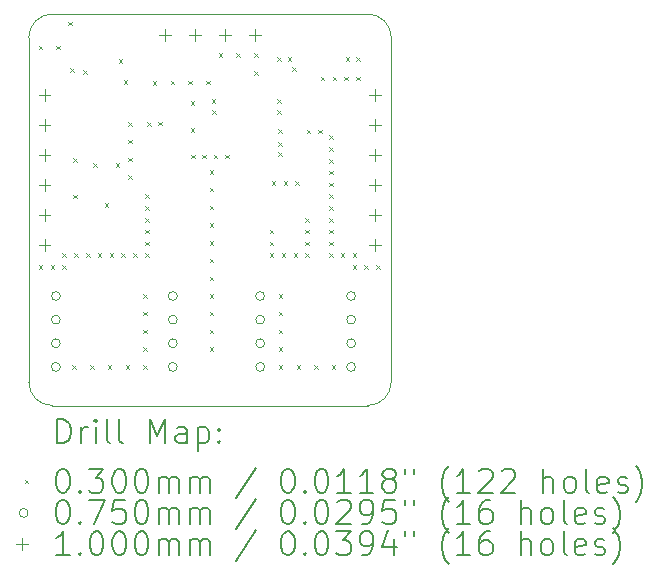
<source format=gbr>
%TF.GenerationSoftware,KiCad,Pcbnew,7.0.1*%
%TF.CreationDate,2023-07-16T02:59:42+02:00*%
%TF.ProjectId,ADS1234_mass_sensor,41445331-3233-4345-9f6d-6173735f7365,1*%
%TF.SameCoordinates,Original*%
%TF.FileFunction,Drillmap*%
%TF.FilePolarity,Positive*%
%FSLAX45Y45*%
G04 Gerber Fmt 4.5, Leading zero omitted, Abs format (unit mm)*
G04 Created by KiCad (PCBNEW 7.0.1) date 2023-07-16 02:59:42*
%MOMM*%
%LPD*%
G01*
G04 APERTURE LIST*
%ADD10C,0.100000*%
%ADD11C,0.200000*%
%ADD12C,0.030000*%
%ADD13C,0.075000*%
G04 APERTURE END LIST*
D10*
X12077000Y-8067000D02*
X9407000Y-8067000D01*
X9407000Y-4752000D02*
X12077000Y-4752000D01*
X9207000Y-7867000D02*
G75*
G03*
X9407000Y-8067000I200000J0D01*
G01*
X9207000Y-7867000D02*
X9207000Y-4952000D01*
X12277000Y-4952000D02*
G75*
G03*
X12077000Y-4752000I-200000J0D01*
G01*
X9407000Y-4752000D02*
G75*
G03*
X9207000Y-4952000I0J-200000D01*
G01*
X12077000Y-8067000D02*
G75*
G03*
X12277000Y-7867000I0J200000D01*
G01*
X12277000Y-4952000D02*
X12277000Y-7867000D01*
D11*
D12*
X9292000Y-5022000D02*
X9322000Y-5052000D01*
X9322000Y-5022000D02*
X9292000Y-5052000D01*
X9292000Y-6879500D02*
X9322000Y-6909500D01*
X9322000Y-6879500D02*
X9292000Y-6909500D01*
X9392000Y-6879500D02*
X9422000Y-6909500D01*
X9422000Y-6879500D02*
X9392000Y-6909500D01*
X9442000Y-5022000D02*
X9472000Y-5052000D01*
X9472000Y-5022000D02*
X9442000Y-5052000D01*
X9492000Y-6779500D02*
X9522000Y-6809500D01*
X9522000Y-6779500D02*
X9492000Y-6809500D01*
X9492000Y-6879500D02*
X9522000Y-6909500D01*
X9522000Y-6879500D02*
X9492000Y-6909500D01*
X9542000Y-4817000D02*
X9572000Y-4847000D01*
X9572000Y-4817000D02*
X9542000Y-4847000D01*
X9559500Y-5212000D02*
X9589500Y-5242000D01*
X9589500Y-5212000D02*
X9559500Y-5242000D01*
X9577000Y-7724500D02*
X9607000Y-7754500D01*
X9607000Y-7724500D02*
X9577000Y-7754500D01*
X9582000Y-5974450D02*
X9612000Y-6004450D01*
X9612000Y-5974450D02*
X9582000Y-6004450D01*
X9582000Y-6281950D02*
X9612000Y-6311950D01*
X9612000Y-6281950D02*
X9582000Y-6311950D01*
X9592000Y-6779500D02*
X9622000Y-6809500D01*
X9622000Y-6779500D02*
X9592000Y-6809500D01*
X9669500Y-5227000D02*
X9699500Y-5257000D01*
X9699500Y-5227000D02*
X9669500Y-5257000D01*
X9692000Y-6779500D02*
X9722000Y-6809500D01*
X9722000Y-6779500D02*
X9692000Y-6809500D01*
X9727000Y-7724500D02*
X9757000Y-7754500D01*
X9757000Y-7724500D02*
X9727000Y-7754500D01*
X9752000Y-6014450D02*
X9782000Y-6044450D01*
X9782000Y-6014450D02*
X9752000Y-6044450D01*
X9792000Y-6779500D02*
X9822000Y-6809500D01*
X9822000Y-6779500D02*
X9792000Y-6809500D01*
X9849500Y-6352000D02*
X9879500Y-6382000D01*
X9879500Y-6352000D02*
X9849500Y-6382000D01*
X9877000Y-7724500D02*
X9907000Y-7754500D01*
X9907000Y-7724500D02*
X9877000Y-7754500D01*
X9892000Y-6779500D02*
X9922000Y-6809500D01*
X9922000Y-6779500D02*
X9892000Y-6809500D01*
X9944500Y-6014500D02*
X9974500Y-6044500D01*
X9974500Y-6014500D02*
X9944500Y-6044500D01*
X9969500Y-5137000D02*
X9999500Y-5167000D01*
X9999500Y-5137000D02*
X9969500Y-5167000D01*
X9992000Y-6779500D02*
X10022000Y-6809500D01*
X10022000Y-6779500D02*
X9992000Y-6809500D01*
X10012000Y-5312000D02*
X10042000Y-5342000D01*
X10042000Y-5312000D02*
X10012000Y-5342000D01*
X10027000Y-7724500D02*
X10057000Y-7754500D01*
X10057000Y-7724500D02*
X10027000Y-7754500D01*
X10048000Y-5667000D02*
X10078000Y-5697000D01*
X10078000Y-5667000D02*
X10048000Y-5697000D01*
X10048000Y-5817000D02*
X10078000Y-5847000D01*
X10078000Y-5817000D02*
X10048000Y-5847000D01*
X10048000Y-5967000D02*
X10078000Y-5997000D01*
X10078000Y-5967000D02*
X10048000Y-5997000D01*
X10048000Y-6117000D02*
X10078000Y-6147000D01*
X10078000Y-6117000D02*
X10048000Y-6147000D01*
X10092000Y-6779500D02*
X10122000Y-6809500D01*
X10122000Y-6779500D02*
X10092000Y-6809500D01*
X10177000Y-7124500D02*
X10207000Y-7154500D01*
X10207000Y-7124500D02*
X10177000Y-7154500D01*
X10177000Y-7274500D02*
X10207000Y-7304500D01*
X10207000Y-7274500D02*
X10177000Y-7304500D01*
X10177000Y-7424500D02*
X10207000Y-7454500D01*
X10207000Y-7424500D02*
X10177000Y-7454500D01*
X10177000Y-7574500D02*
X10207000Y-7604500D01*
X10207000Y-7574500D02*
X10177000Y-7604500D01*
X10177000Y-7724500D02*
X10207000Y-7754500D01*
X10207000Y-7724500D02*
X10177000Y-7754500D01*
X10192000Y-6279500D02*
X10222000Y-6309500D01*
X10222000Y-6279500D02*
X10192000Y-6309500D01*
X10192000Y-6379500D02*
X10222000Y-6409500D01*
X10222000Y-6379500D02*
X10192000Y-6409500D01*
X10192000Y-6479500D02*
X10222000Y-6509500D01*
X10222000Y-6479500D02*
X10192000Y-6509500D01*
X10192000Y-6579500D02*
X10222000Y-6609500D01*
X10222000Y-6579500D02*
X10192000Y-6609500D01*
X10192000Y-6679500D02*
X10222000Y-6709500D01*
X10222000Y-6679500D02*
X10192000Y-6709500D01*
X10192000Y-6779500D02*
X10222000Y-6809500D01*
X10222000Y-6779500D02*
X10192000Y-6809500D01*
X10209500Y-5667000D02*
X10239500Y-5697000D01*
X10239500Y-5667000D02*
X10209500Y-5697000D01*
X10257000Y-5322000D02*
X10287000Y-5352000D01*
X10287000Y-5322000D02*
X10257000Y-5352000D01*
X10302000Y-5664500D02*
X10332000Y-5694500D01*
X10332000Y-5664500D02*
X10302000Y-5694500D01*
X10409500Y-5317000D02*
X10439500Y-5347000D01*
X10439500Y-5317000D02*
X10409500Y-5347000D01*
X10559500Y-5317000D02*
X10589500Y-5347000D01*
X10589500Y-5317000D02*
X10559500Y-5347000D01*
X10577000Y-5489500D02*
X10607000Y-5519500D01*
X10607000Y-5489500D02*
X10577000Y-5519500D01*
X10577000Y-5717000D02*
X10607000Y-5747000D01*
X10607000Y-5717000D02*
X10577000Y-5747000D01*
X10582000Y-5944500D02*
X10612000Y-5974500D01*
X10612000Y-5944500D02*
X10582000Y-5974500D01*
X10677000Y-5944500D02*
X10707000Y-5974500D01*
X10707000Y-5944500D02*
X10677000Y-5974500D01*
X10709500Y-5317000D02*
X10739500Y-5347000D01*
X10739500Y-5317000D02*
X10709500Y-5347000D01*
X10739500Y-6074500D02*
X10769500Y-6104500D01*
X10769500Y-6074500D02*
X10739500Y-6104500D01*
X10739500Y-6224500D02*
X10769500Y-6254500D01*
X10769500Y-6224500D02*
X10739500Y-6254500D01*
X10739500Y-6374500D02*
X10769500Y-6404500D01*
X10769500Y-6374500D02*
X10739500Y-6404500D01*
X10739500Y-6524500D02*
X10769500Y-6554500D01*
X10769500Y-6524500D02*
X10739500Y-6554500D01*
X10739500Y-6674500D02*
X10769500Y-6704500D01*
X10769500Y-6674500D02*
X10739500Y-6704500D01*
X10739500Y-6824500D02*
X10769500Y-6854500D01*
X10769500Y-6824500D02*
X10739500Y-6854500D01*
X10739500Y-6974500D02*
X10769500Y-7004500D01*
X10769500Y-6974500D02*
X10739500Y-7004500D01*
X10739500Y-7124500D02*
X10769500Y-7154500D01*
X10769500Y-7124500D02*
X10739500Y-7154500D01*
X10739500Y-7274500D02*
X10769500Y-7304500D01*
X10769500Y-7274500D02*
X10739500Y-7304500D01*
X10739500Y-7424500D02*
X10769500Y-7454500D01*
X10769500Y-7424500D02*
X10739500Y-7454500D01*
X10739500Y-7574500D02*
X10769500Y-7604500D01*
X10769500Y-7574500D02*
X10739500Y-7604500D01*
X10757000Y-5474500D02*
X10787000Y-5504500D01*
X10787000Y-5474500D02*
X10757000Y-5504500D01*
X10759500Y-5567000D02*
X10789500Y-5597000D01*
X10789500Y-5567000D02*
X10759500Y-5597000D01*
X10774500Y-5944500D02*
X10804500Y-5974500D01*
X10804500Y-5944500D02*
X10774500Y-5974500D01*
X10814500Y-5084500D02*
X10844500Y-5114500D01*
X10844500Y-5084500D02*
X10814500Y-5114500D01*
X10872000Y-5944500D02*
X10902000Y-5974500D01*
X10902000Y-5944500D02*
X10872000Y-5974500D01*
X10964500Y-5084500D02*
X10994500Y-5114500D01*
X10994500Y-5084500D02*
X10964500Y-5114500D01*
X11114500Y-5084500D02*
X11144500Y-5114500D01*
X11144500Y-5084500D02*
X11114500Y-5114500D01*
X11114500Y-5234500D02*
X11144500Y-5264500D01*
X11144500Y-5234500D02*
X11114500Y-5264500D01*
X11249500Y-6579500D02*
X11279500Y-6609500D01*
X11279500Y-6579500D02*
X11249500Y-6609500D01*
X11249500Y-6679500D02*
X11279500Y-6709500D01*
X11279500Y-6679500D02*
X11249500Y-6709500D01*
X11249500Y-6779500D02*
X11279500Y-6809500D01*
X11279500Y-6779500D02*
X11249500Y-6809500D01*
X11264500Y-6167000D02*
X11294500Y-6197000D01*
X11294500Y-6167000D02*
X11264500Y-6197000D01*
X11309500Y-5474500D02*
X11339500Y-5504500D01*
X11339500Y-5474500D02*
X11309500Y-5504500D01*
X11309500Y-5567000D02*
X11339500Y-5597000D01*
X11339500Y-5567000D02*
X11309500Y-5597000D01*
X11312000Y-5117000D02*
X11342000Y-5147000D01*
X11342000Y-5117000D02*
X11312000Y-5147000D01*
X11319500Y-5729500D02*
X11349500Y-5759500D01*
X11349500Y-5729500D02*
X11319500Y-5759500D01*
X11322000Y-5839500D02*
X11352000Y-5869500D01*
X11352000Y-5839500D02*
X11322000Y-5869500D01*
X11322000Y-5924500D02*
X11352000Y-5954500D01*
X11352000Y-5924500D02*
X11322000Y-5954500D01*
X11324500Y-7124500D02*
X11354500Y-7154500D01*
X11354500Y-7124500D02*
X11324500Y-7154500D01*
X11324500Y-7274500D02*
X11354500Y-7304500D01*
X11354500Y-7274500D02*
X11324500Y-7304500D01*
X11324500Y-7424500D02*
X11354500Y-7454500D01*
X11354500Y-7424500D02*
X11324500Y-7454500D01*
X11324500Y-7574500D02*
X11354500Y-7604500D01*
X11354500Y-7574500D02*
X11324500Y-7604500D01*
X11324500Y-7724500D02*
X11354500Y-7754500D01*
X11354500Y-7724500D02*
X11324500Y-7754500D01*
X11349500Y-6779500D02*
X11379500Y-6809500D01*
X11379500Y-6779500D02*
X11349500Y-6809500D01*
X11364500Y-6167000D02*
X11394500Y-6197000D01*
X11394500Y-6167000D02*
X11364500Y-6197000D01*
X11399500Y-5117000D02*
X11429500Y-5147000D01*
X11429500Y-5117000D02*
X11399500Y-5147000D01*
X11437000Y-5202000D02*
X11467000Y-5232000D01*
X11467000Y-5202000D02*
X11437000Y-5232000D01*
X11449500Y-6779500D02*
X11479500Y-6809500D01*
X11479500Y-6779500D02*
X11449500Y-6809500D01*
X11464500Y-6167000D02*
X11494500Y-6197000D01*
X11494500Y-6167000D02*
X11464500Y-6197000D01*
X11474500Y-7724500D02*
X11504500Y-7754500D01*
X11504500Y-7724500D02*
X11474500Y-7754500D01*
X11549500Y-6479500D02*
X11579500Y-6509500D01*
X11579500Y-6479500D02*
X11549500Y-6509500D01*
X11549500Y-6579500D02*
X11579500Y-6609500D01*
X11579500Y-6579500D02*
X11549500Y-6609500D01*
X11549500Y-6679500D02*
X11579500Y-6709500D01*
X11579500Y-6679500D02*
X11549500Y-6709500D01*
X11549500Y-6779500D02*
X11579500Y-6809500D01*
X11579500Y-6779500D02*
X11549500Y-6809500D01*
X11559500Y-5732000D02*
X11589500Y-5762000D01*
X11589500Y-5732000D02*
X11559500Y-5762000D01*
X11624500Y-7724500D02*
X11654500Y-7754500D01*
X11654500Y-7724500D02*
X11624500Y-7754500D01*
X11659500Y-5732000D02*
X11689500Y-5762000D01*
X11689500Y-5732000D02*
X11659500Y-5762000D01*
X11679500Y-5284500D02*
X11709500Y-5314500D01*
X11709500Y-5284500D02*
X11679500Y-5314500D01*
X11749500Y-5779500D02*
X11779500Y-5809500D01*
X11779500Y-5779500D02*
X11749500Y-5809500D01*
X11749500Y-5879500D02*
X11779500Y-5909500D01*
X11779500Y-5879500D02*
X11749500Y-5909500D01*
X11749500Y-5979500D02*
X11779500Y-6009500D01*
X11779500Y-5979500D02*
X11749500Y-6009500D01*
X11749500Y-6079500D02*
X11779500Y-6109500D01*
X11779500Y-6079500D02*
X11749500Y-6109500D01*
X11749500Y-6179500D02*
X11779500Y-6209500D01*
X11779500Y-6179500D02*
X11749500Y-6209500D01*
X11749500Y-6279500D02*
X11779500Y-6309500D01*
X11779500Y-6279500D02*
X11749500Y-6309500D01*
X11749500Y-6379500D02*
X11779500Y-6409500D01*
X11779500Y-6379500D02*
X11749500Y-6409500D01*
X11749500Y-6479500D02*
X11779500Y-6509500D01*
X11779500Y-6479500D02*
X11749500Y-6509500D01*
X11749500Y-6579500D02*
X11779500Y-6609500D01*
X11779500Y-6579500D02*
X11749500Y-6609500D01*
X11749500Y-6679500D02*
X11779500Y-6709500D01*
X11779500Y-6679500D02*
X11749500Y-6709500D01*
X11749500Y-6779500D02*
X11779500Y-6809500D01*
X11779500Y-6779500D02*
X11749500Y-6809500D01*
X11774500Y-7724500D02*
X11804500Y-7754500D01*
X11804500Y-7724500D02*
X11774500Y-7754500D01*
X11779500Y-5284500D02*
X11809500Y-5314500D01*
X11809500Y-5284500D02*
X11779500Y-5314500D01*
X11849500Y-6779500D02*
X11879500Y-6809500D01*
X11879500Y-6779500D02*
X11849500Y-6809500D01*
X11879500Y-5284500D02*
X11909500Y-5314500D01*
X11909500Y-5284500D02*
X11879500Y-5314500D01*
X11892000Y-5119500D02*
X11922000Y-5149500D01*
X11922000Y-5119500D02*
X11892000Y-5149500D01*
X11949500Y-6779500D02*
X11979500Y-6809500D01*
X11979500Y-6779500D02*
X11949500Y-6809500D01*
X11949500Y-6879500D02*
X11979500Y-6909500D01*
X11979500Y-6879500D02*
X11949500Y-6909500D01*
X11979500Y-5119500D02*
X12009500Y-5149500D01*
X12009500Y-5119500D02*
X11979500Y-5149500D01*
X11979500Y-5284500D02*
X12009500Y-5314500D01*
X12009500Y-5284500D02*
X11979500Y-5314500D01*
X12049500Y-6879500D02*
X12079500Y-6909500D01*
X12079500Y-6879500D02*
X12049500Y-6909500D01*
X12149500Y-6879500D02*
X12179500Y-6909500D01*
X12179500Y-6879500D02*
X12149500Y-6909500D01*
D13*
X9474500Y-7139500D02*
G75*
G03*
X9474500Y-7139500I-37500J0D01*
G01*
X9474500Y-7339500D02*
G75*
G03*
X9474500Y-7339500I-37500J0D01*
G01*
X9474500Y-7539500D02*
G75*
G03*
X9474500Y-7539500I-37500J0D01*
G01*
X9474500Y-7739500D02*
G75*
G03*
X9474500Y-7739500I-37500J0D01*
G01*
X10464500Y-7139500D02*
G75*
G03*
X10464500Y-7139500I-37500J0D01*
G01*
X10464500Y-7339500D02*
G75*
G03*
X10464500Y-7339500I-37500J0D01*
G01*
X10464500Y-7539500D02*
G75*
G03*
X10464500Y-7539500I-37500J0D01*
G01*
X10464500Y-7739500D02*
G75*
G03*
X10464500Y-7739500I-37500J0D01*
G01*
X11204500Y-7139500D02*
G75*
G03*
X11204500Y-7139500I-37500J0D01*
G01*
X11204500Y-7339500D02*
G75*
G03*
X11204500Y-7339500I-37500J0D01*
G01*
X11204500Y-7539500D02*
G75*
G03*
X11204500Y-7539500I-37500J0D01*
G01*
X11204500Y-7739500D02*
G75*
G03*
X11204500Y-7739500I-37500J0D01*
G01*
X11974500Y-7139500D02*
G75*
G03*
X11974500Y-7139500I-37500J0D01*
G01*
X11974500Y-7339500D02*
G75*
G03*
X11974500Y-7339500I-37500J0D01*
G01*
X11974500Y-7539500D02*
G75*
G03*
X11974500Y-7539500I-37500J0D01*
G01*
X11974500Y-7739500D02*
G75*
G03*
X11974500Y-7739500I-37500J0D01*
G01*
D10*
X9341500Y-5387000D02*
X9341500Y-5487000D01*
X9291500Y-5437000D02*
X9391500Y-5437000D01*
X9341500Y-5641000D02*
X9341500Y-5741000D01*
X9291500Y-5691000D02*
X9391500Y-5691000D01*
X9341500Y-5895000D02*
X9341500Y-5995000D01*
X9291500Y-5945000D02*
X9391500Y-5945000D01*
X9341500Y-6149000D02*
X9341500Y-6249000D01*
X9291500Y-6199000D02*
X9391500Y-6199000D01*
X9341500Y-6403000D02*
X9341500Y-6503000D01*
X9291500Y-6453000D02*
X9391500Y-6453000D01*
X9341500Y-6657000D02*
X9341500Y-6757000D01*
X9291500Y-6707000D02*
X9391500Y-6707000D01*
X10360500Y-4879000D02*
X10360500Y-4979000D01*
X10310500Y-4929000D02*
X10410500Y-4929000D01*
X10614500Y-4879000D02*
X10614500Y-4979000D01*
X10564500Y-4929000D02*
X10664500Y-4929000D01*
X10868500Y-4879000D02*
X10868500Y-4979000D01*
X10818500Y-4929000D02*
X10918500Y-4929000D01*
X11122500Y-4879000D02*
X11122500Y-4979000D01*
X11072500Y-4929000D02*
X11172500Y-4929000D01*
X12141500Y-5387000D02*
X12141500Y-5487000D01*
X12091500Y-5437000D02*
X12191500Y-5437000D01*
X12141500Y-5641000D02*
X12141500Y-5741000D01*
X12091500Y-5691000D02*
X12191500Y-5691000D01*
X12141500Y-5895000D02*
X12141500Y-5995000D01*
X12091500Y-5945000D02*
X12191500Y-5945000D01*
X12141500Y-6149000D02*
X12141500Y-6249000D01*
X12091500Y-6199000D02*
X12191500Y-6199000D01*
X12141500Y-6403000D02*
X12141500Y-6503000D01*
X12091500Y-6453000D02*
X12191500Y-6453000D01*
X12141500Y-6657000D02*
X12141500Y-6757000D01*
X12091500Y-6707000D02*
X12191500Y-6707000D01*
D11*
X9449619Y-8384524D02*
X9449619Y-8184524D01*
X9449619Y-8184524D02*
X9497238Y-8184524D01*
X9497238Y-8184524D02*
X9525810Y-8194048D01*
X9525810Y-8194048D02*
X9544857Y-8213095D01*
X9544857Y-8213095D02*
X9554381Y-8232143D01*
X9554381Y-8232143D02*
X9563905Y-8270238D01*
X9563905Y-8270238D02*
X9563905Y-8298809D01*
X9563905Y-8298809D02*
X9554381Y-8336905D01*
X9554381Y-8336905D02*
X9544857Y-8355952D01*
X9544857Y-8355952D02*
X9525810Y-8375000D01*
X9525810Y-8375000D02*
X9497238Y-8384524D01*
X9497238Y-8384524D02*
X9449619Y-8384524D01*
X9649619Y-8384524D02*
X9649619Y-8251190D01*
X9649619Y-8289286D02*
X9659143Y-8270238D01*
X9659143Y-8270238D02*
X9668667Y-8260714D01*
X9668667Y-8260714D02*
X9687714Y-8251190D01*
X9687714Y-8251190D02*
X9706762Y-8251190D01*
X9773429Y-8384524D02*
X9773429Y-8251190D01*
X9773429Y-8184524D02*
X9763905Y-8194048D01*
X9763905Y-8194048D02*
X9773429Y-8203571D01*
X9773429Y-8203571D02*
X9782952Y-8194048D01*
X9782952Y-8194048D02*
X9773429Y-8184524D01*
X9773429Y-8184524D02*
X9773429Y-8203571D01*
X9897238Y-8384524D02*
X9878190Y-8375000D01*
X9878190Y-8375000D02*
X9868667Y-8355952D01*
X9868667Y-8355952D02*
X9868667Y-8184524D01*
X10002000Y-8384524D02*
X9982952Y-8375000D01*
X9982952Y-8375000D02*
X9973429Y-8355952D01*
X9973429Y-8355952D02*
X9973429Y-8184524D01*
X10230571Y-8384524D02*
X10230571Y-8184524D01*
X10230571Y-8184524D02*
X10297238Y-8327381D01*
X10297238Y-8327381D02*
X10363905Y-8184524D01*
X10363905Y-8184524D02*
X10363905Y-8384524D01*
X10544857Y-8384524D02*
X10544857Y-8279762D01*
X10544857Y-8279762D02*
X10535333Y-8260714D01*
X10535333Y-8260714D02*
X10516286Y-8251190D01*
X10516286Y-8251190D02*
X10478190Y-8251190D01*
X10478190Y-8251190D02*
X10459143Y-8260714D01*
X10544857Y-8375000D02*
X10525810Y-8384524D01*
X10525810Y-8384524D02*
X10478190Y-8384524D01*
X10478190Y-8384524D02*
X10459143Y-8375000D01*
X10459143Y-8375000D02*
X10449619Y-8355952D01*
X10449619Y-8355952D02*
X10449619Y-8336905D01*
X10449619Y-8336905D02*
X10459143Y-8317857D01*
X10459143Y-8317857D02*
X10478190Y-8308333D01*
X10478190Y-8308333D02*
X10525810Y-8308333D01*
X10525810Y-8308333D02*
X10544857Y-8298809D01*
X10640095Y-8251190D02*
X10640095Y-8451190D01*
X10640095Y-8260714D02*
X10659143Y-8251190D01*
X10659143Y-8251190D02*
X10697238Y-8251190D01*
X10697238Y-8251190D02*
X10716286Y-8260714D01*
X10716286Y-8260714D02*
X10725810Y-8270238D01*
X10725810Y-8270238D02*
X10735333Y-8289286D01*
X10735333Y-8289286D02*
X10735333Y-8346428D01*
X10735333Y-8346428D02*
X10725810Y-8365476D01*
X10725810Y-8365476D02*
X10716286Y-8375000D01*
X10716286Y-8375000D02*
X10697238Y-8384524D01*
X10697238Y-8384524D02*
X10659143Y-8384524D01*
X10659143Y-8384524D02*
X10640095Y-8375000D01*
X10821048Y-8365476D02*
X10830571Y-8375000D01*
X10830571Y-8375000D02*
X10821048Y-8384524D01*
X10821048Y-8384524D02*
X10811524Y-8375000D01*
X10811524Y-8375000D02*
X10821048Y-8365476D01*
X10821048Y-8365476D02*
X10821048Y-8384524D01*
X10821048Y-8260714D02*
X10830571Y-8270238D01*
X10830571Y-8270238D02*
X10821048Y-8279762D01*
X10821048Y-8279762D02*
X10811524Y-8270238D01*
X10811524Y-8270238D02*
X10821048Y-8260714D01*
X10821048Y-8260714D02*
X10821048Y-8279762D01*
D12*
X9172000Y-8697000D02*
X9202000Y-8727000D01*
X9202000Y-8697000D02*
X9172000Y-8727000D01*
D11*
X9487714Y-8604524D02*
X9506762Y-8604524D01*
X9506762Y-8604524D02*
X9525810Y-8614048D01*
X9525810Y-8614048D02*
X9535333Y-8623571D01*
X9535333Y-8623571D02*
X9544857Y-8642619D01*
X9544857Y-8642619D02*
X9554381Y-8680714D01*
X9554381Y-8680714D02*
X9554381Y-8728333D01*
X9554381Y-8728333D02*
X9544857Y-8766429D01*
X9544857Y-8766429D02*
X9535333Y-8785476D01*
X9535333Y-8785476D02*
X9525810Y-8795000D01*
X9525810Y-8795000D02*
X9506762Y-8804524D01*
X9506762Y-8804524D02*
X9487714Y-8804524D01*
X9487714Y-8804524D02*
X9468667Y-8795000D01*
X9468667Y-8795000D02*
X9459143Y-8785476D01*
X9459143Y-8785476D02*
X9449619Y-8766429D01*
X9449619Y-8766429D02*
X9440095Y-8728333D01*
X9440095Y-8728333D02*
X9440095Y-8680714D01*
X9440095Y-8680714D02*
X9449619Y-8642619D01*
X9449619Y-8642619D02*
X9459143Y-8623571D01*
X9459143Y-8623571D02*
X9468667Y-8614048D01*
X9468667Y-8614048D02*
X9487714Y-8604524D01*
X9640095Y-8785476D02*
X9649619Y-8795000D01*
X9649619Y-8795000D02*
X9640095Y-8804524D01*
X9640095Y-8804524D02*
X9630571Y-8795000D01*
X9630571Y-8795000D02*
X9640095Y-8785476D01*
X9640095Y-8785476D02*
X9640095Y-8804524D01*
X9716286Y-8604524D02*
X9840095Y-8604524D01*
X9840095Y-8604524D02*
X9773429Y-8680714D01*
X9773429Y-8680714D02*
X9802000Y-8680714D01*
X9802000Y-8680714D02*
X9821048Y-8690238D01*
X9821048Y-8690238D02*
X9830571Y-8699762D01*
X9830571Y-8699762D02*
X9840095Y-8718810D01*
X9840095Y-8718810D02*
X9840095Y-8766429D01*
X9840095Y-8766429D02*
X9830571Y-8785476D01*
X9830571Y-8785476D02*
X9821048Y-8795000D01*
X9821048Y-8795000D02*
X9802000Y-8804524D01*
X9802000Y-8804524D02*
X9744857Y-8804524D01*
X9744857Y-8804524D02*
X9725810Y-8795000D01*
X9725810Y-8795000D02*
X9716286Y-8785476D01*
X9963905Y-8604524D02*
X9982952Y-8604524D01*
X9982952Y-8604524D02*
X10002000Y-8614048D01*
X10002000Y-8614048D02*
X10011524Y-8623571D01*
X10011524Y-8623571D02*
X10021048Y-8642619D01*
X10021048Y-8642619D02*
X10030571Y-8680714D01*
X10030571Y-8680714D02*
X10030571Y-8728333D01*
X10030571Y-8728333D02*
X10021048Y-8766429D01*
X10021048Y-8766429D02*
X10011524Y-8785476D01*
X10011524Y-8785476D02*
X10002000Y-8795000D01*
X10002000Y-8795000D02*
X9982952Y-8804524D01*
X9982952Y-8804524D02*
X9963905Y-8804524D01*
X9963905Y-8804524D02*
X9944857Y-8795000D01*
X9944857Y-8795000D02*
X9935333Y-8785476D01*
X9935333Y-8785476D02*
X9925810Y-8766429D01*
X9925810Y-8766429D02*
X9916286Y-8728333D01*
X9916286Y-8728333D02*
X9916286Y-8680714D01*
X9916286Y-8680714D02*
X9925810Y-8642619D01*
X9925810Y-8642619D02*
X9935333Y-8623571D01*
X9935333Y-8623571D02*
X9944857Y-8614048D01*
X9944857Y-8614048D02*
X9963905Y-8604524D01*
X10154381Y-8604524D02*
X10173429Y-8604524D01*
X10173429Y-8604524D02*
X10192476Y-8614048D01*
X10192476Y-8614048D02*
X10202000Y-8623571D01*
X10202000Y-8623571D02*
X10211524Y-8642619D01*
X10211524Y-8642619D02*
X10221048Y-8680714D01*
X10221048Y-8680714D02*
X10221048Y-8728333D01*
X10221048Y-8728333D02*
X10211524Y-8766429D01*
X10211524Y-8766429D02*
X10202000Y-8785476D01*
X10202000Y-8785476D02*
X10192476Y-8795000D01*
X10192476Y-8795000D02*
X10173429Y-8804524D01*
X10173429Y-8804524D02*
X10154381Y-8804524D01*
X10154381Y-8804524D02*
X10135333Y-8795000D01*
X10135333Y-8795000D02*
X10125810Y-8785476D01*
X10125810Y-8785476D02*
X10116286Y-8766429D01*
X10116286Y-8766429D02*
X10106762Y-8728333D01*
X10106762Y-8728333D02*
X10106762Y-8680714D01*
X10106762Y-8680714D02*
X10116286Y-8642619D01*
X10116286Y-8642619D02*
X10125810Y-8623571D01*
X10125810Y-8623571D02*
X10135333Y-8614048D01*
X10135333Y-8614048D02*
X10154381Y-8604524D01*
X10306762Y-8804524D02*
X10306762Y-8671190D01*
X10306762Y-8690238D02*
X10316286Y-8680714D01*
X10316286Y-8680714D02*
X10335333Y-8671190D01*
X10335333Y-8671190D02*
X10363905Y-8671190D01*
X10363905Y-8671190D02*
X10382952Y-8680714D01*
X10382952Y-8680714D02*
X10392476Y-8699762D01*
X10392476Y-8699762D02*
X10392476Y-8804524D01*
X10392476Y-8699762D02*
X10402000Y-8680714D01*
X10402000Y-8680714D02*
X10421048Y-8671190D01*
X10421048Y-8671190D02*
X10449619Y-8671190D01*
X10449619Y-8671190D02*
X10468667Y-8680714D01*
X10468667Y-8680714D02*
X10478191Y-8699762D01*
X10478191Y-8699762D02*
X10478191Y-8804524D01*
X10573429Y-8804524D02*
X10573429Y-8671190D01*
X10573429Y-8690238D02*
X10582952Y-8680714D01*
X10582952Y-8680714D02*
X10602000Y-8671190D01*
X10602000Y-8671190D02*
X10630572Y-8671190D01*
X10630572Y-8671190D02*
X10649619Y-8680714D01*
X10649619Y-8680714D02*
X10659143Y-8699762D01*
X10659143Y-8699762D02*
X10659143Y-8804524D01*
X10659143Y-8699762D02*
X10668667Y-8680714D01*
X10668667Y-8680714D02*
X10687714Y-8671190D01*
X10687714Y-8671190D02*
X10716286Y-8671190D01*
X10716286Y-8671190D02*
X10735333Y-8680714D01*
X10735333Y-8680714D02*
X10744857Y-8699762D01*
X10744857Y-8699762D02*
X10744857Y-8804524D01*
X11135333Y-8595000D02*
X10963905Y-8852143D01*
X11392476Y-8604524D02*
X11411524Y-8604524D01*
X11411524Y-8604524D02*
X11430572Y-8614048D01*
X11430572Y-8614048D02*
X11440095Y-8623571D01*
X11440095Y-8623571D02*
X11449619Y-8642619D01*
X11449619Y-8642619D02*
X11459143Y-8680714D01*
X11459143Y-8680714D02*
X11459143Y-8728333D01*
X11459143Y-8728333D02*
X11449619Y-8766429D01*
X11449619Y-8766429D02*
X11440095Y-8785476D01*
X11440095Y-8785476D02*
X11430572Y-8795000D01*
X11430572Y-8795000D02*
X11411524Y-8804524D01*
X11411524Y-8804524D02*
X11392476Y-8804524D01*
X11392476Y-8804524D02*
X11373429Y-8795000D01*
X11373429Y-8795000D02*
X11363905Y-8785476D01*
X11363905Y-8785476D02*
X11354381Y-8766429D01*
X11354381Y-8766429D02*
X11344857Y-8728333D01*
X11344857Y-8728333D02*
X11344857Y-8680714D01*
X11344857Y-8680714D02*
X11354381Y-8642619D01*
X11354381Y-8642619D02*
X11363905Y-8623571D01*
X11363905Y-8623571D02*
X11373429Y-8614048D01*
X11373429Y-8614048D02*
X11392476Y-8604524D01*
X11544857Y-8785476D02*
X11554381Y-8795000D01*
X11554381Y-8795000D02*
X11544857Y-8804524D01*
X11544857Y-8804524D02*
X11535333Y-8795000D01*
X11535333Y-8795000D02*
X11544857Y-8785476D01*
X11544857Y-8785476D02*
X11544857Y-8804524D01*
X11678191Y-8604524D02*
X11697238Y-8604524D01*
X11697238Y-8604524D02*
X11716286Y-8614048D01*
X11716286Y-8614048D02*
X11725810Y-8623571D01*
X11725810Y-8623571D02*
X11735333Y-8642619D01*
X11735333Y-8642619D02*
X11744857Y-8680714D01*
X11744857Y-8680714D02*
X11744857Y-8728333D01*
X11744857Y-8728333D02*
X11735333Y-8766429D01*
X11735333Y-8766429D02*
X11725810Y-8785476D01*
X11725810Y-8785476D02*
X11716286Y-8795000D01*
X11716286Y-8795000D02*
X11697238Y-8804524D01*
X11697238Y-8804524D02*
X11678191Y-8804524D01*
X11678191Y-8804524D02*
X11659143Y-8795000D01*
X11659143Y-8795000D02*
X11649619Y-8785476D01*
X11649619Y-8785476D02*
X11640095Y-8766429D01*
X11640095Y-8766429D02*
X11630572Y-8728333D01*
X11630572Y-8728333D02*
X11630572Y-8680714D01*
X11630572Y-8680714D02*
X11640095Y-8642619D01*
X11640095Y-8642619D02*
X11649619Y-8623571D01*
X11649619Y-8623571D02*
X11659143Y-8614048D01*
X11659143Y-8614048D02*
X11678191Y-8604524D01*
X11935333Y-8804524D02*
X11821048Y-8804524D01*
X11878191Y-8804524D02*
X11878191Y-8604524D01*
X11878191Y-8604524D02*
X11859143Y-8633095D01*
X11859143Y-8633095D02*
X11840095Y-8652143D01*
X11840095Y-8652143D02*
X11821048Y-8661667D01*
X12125810Y-8804524D02*
X12011524Y-8804524D01*
X12068667Y-8804524D02*
X12068667Y-8604524D01*
X12068667Y-8604524D02*
X12049619Y-8633095D01*
X12049619Y-8633095D02*
X12030572Y-8652143D01*
X12030572Y-8652143D02*
X12011524Y-8661667D01*
X12240095Y-8690238D02*
X12221048Y-8680714D01*
X12221048Y-8680714D02*
X12211524Y-8671190D01*
X12211524Y-8671190D02*
X12202000Y-8652143D01*
X12202000Y-8652143D02*
X12202000Y-8642619D01*
X12202000Y-8642619D02*
X12211524Y-8623571D01*
X12211524Y-8623571D02*
X12221048Y-8614048D01*
X12221048Y-8614048D02*
X12240095Y-8604524D01*
X12240095Y-8604524D02*
X12278191Y-8604524D01*
X12278191Y-8604524D02*
X12297238Y-8614048D01*
X12297238Y-8614048D02*
X12306762Y-8623571D01*
X12306762Y-8623571D02*
X12316286Y-8642619D01*
X12316286Y-8642619D02*
X12316286Y-8652143D01*
X12316286Y-8652143D02*
X12306762Y-8671190D01*
X12306762Y-8671190D02*
X12297238Y-8680714D01*
X12297238Y-8680714D02*
X12278191Y-8690238D01*
X12278191Y-8690238D02*
X12240095Y-8690238D01*
X12240095Y-8690238D02*
X12221048Y-8699762D01*
X12221048Y-8699762D02*
X12211524Y-8709286D01*
X12211524Y-8709286D02*
X12202000Y-8728333D01*
X12202000Y-8728333D02*
X12202000Y-8766429D01*
X12202000Y-8766429D02*
X12211524Y-8785476D01*
X12211524Y-8785476D02*
X12221048Y-8795000D01*
X12221048Y-8795000D02*
X12240095Y-8804524D01*
X12240095Y-8804524D02*
X12278191Y-8804524D01*
X12278191Y-8804524D02*
X12297238Y-8795000D01*
X12297238Y-8795000D02*
X12306762Y-8785476D01*
X12306762Y-8785476D02*
X12316286Y-8766429D01*
X12316286Y-8766429D02*
X12316286Y-8728333D01*
X12316286Y-8728333D02*
X12306762Y-8709286D01*
X12306762Y-8709286D02*
X12297238Y-8699762D01*
X12297238Y-8699762D02*
X12278191Y-8690238D01*
X12392476Y-8604524D02*
X12392476Y-8642619D01*
X12468667Y-8604524D02*
X12468667Y-8642619D01*
X12763905Y-8880714D02*
X12754381Y-8871190D01*
X12754381Y-8871190D02*
X12735334Y-8842619D01*
X12735334Y-8842619D02*
X12725810Y-8823571D01*
X12725810Y-8823571D02*
X12716286Y-8795000D01*
X12716286Y-8795000D02*
X12706762Y-8747381D01*
X12706762Y-8747381D02*
X12706762Y-8709286D01*
X12706762Y-8709286D02*
X12716286Y-8661667D01*
X12716286Y-8661667D02*
X12725810Y-8633095D01*
X12725810Y-8633095D02*
X12735334Y-8614048D01*
X12735334Y-8614048D02*
X12754381Y-8585476D01*
X12754381Y-8585476D02*
X12763905Y-8575952D01*
X12944857Y-8804524D02*
X12830572Y-8804524D01*
X12887714Y-8804524D02*
X12887714Y-8604524D01*
X12887714Y-8604524D02*
X12868667Y-8633095D01*
X12868667Y-8633095D02*
X12849619Y-8652143D01*
X12849619Y-8652143D02*
X12830572Y-8661667D01*
X13021048Y-8623571D02*
X13030572Y-8614048D01*
X13030572Y-8614048D02*
X13049619Y-8604524D01*
X13049619Y-8604524D02*
X13097238Y-8604524D01*
X13097238Y-8604524D02*
X13116286Y-8614048D01*
X13116286Y-8614048D02*
X13125810Y-8623571D01*
X13125810Y-8623571D02*
X13135334Y-8642619D01*
X13135334Y-8642619D02*
X13135334Y-8661667D01*
X13135334Y-8661667D02*
X13125810Y-8690238D01*
X13125810Y-8690238D02*
X13011524Y-8804524D01*
X13011524Y-8804524D02*
X13135334Y-8804524D01*
X13211524Y-8623571D02*
X13221048Y-8614048D01*
X13221048Y-8614048D02*
X13240095Y-8604524D01*
X13240095Y-8604524D02*
X13287715Y-8604524D01*
X13287715Y-8604524D02*
X13306762Y-8614048D01*
X13306762Y-8614048D02*
X13316286Y-8623571D01*
X13316286Y-8623571D02*
X13325810Y-8642619D01*
X13325810Y-8642619D02*
X13325810Y-8661667D01*
X13325810Y-8661667D02*
X13316286Y-8690238D01*
X13316286Y-8690238D02*
X13202000Y-8804524D01*
X13202000Y-8804524D02*
X13325810Y-8804524D01*
X13563905Y-8804524D02*
X13563905Y-8604524D01*
X13649619Y-8804524D02*
X13649619Y-8699762D01*
X13649619Y-8699762D02*
X13640096Y-8680714D01*
X13640096Y-8680714D02*
X13621048Y-8671190D01*
X13621048Y-8671190D02*
X13592476Y-8671190D01*
X13592476Y-8671190D02*
X13573429Y-8680714D01*
X13573429Y-8680714D02*
X13563905Y-8690238D01*
X13773429Y-8804524D02*
X13754381Y-8795000D01*
X13754381Y-8795000D02*
X13744857Y-8785476D01*
X13744857Y-8785476D02*
X13735334Y-8766429D01*
X13735334Y-8766429D02*
X13735334Y-8709286D01*
X13735334Y-8709286D02*
X13744857Y-8690238D01*
X13744857Y-8690238D02*
X13754381Y-8680714D01*
X13754381Y-8680714D02*
X13773429Y-8671190D01*
X13773429Y-8671190D02*
X13802000Y-8671190D01*
X13802000Y-8671190D02*
X13821048Y-8680714D01*
X13821048Y-8680714D02*
X13830572Y-8690238D01*
X13830572Y-8690238D02*
X13840096Y-8709286D01*
X13840096Y-8709286D02*
X13840096Y-8766429D01*
X13840096Y-8766429D02*
X13830572Y-8785476D01*
X13830572Y-8785476D02*
X13821048Y-8795000D01*
X13821048Y-8795000D02*
X13802000Y-8804524D01*
X13802000Y-8804524D02*
X13773429Y-8804524D01*
X13954381Y-8804524D02*
X13935334Y-8795000D01*
X13935334Y-8795000D02*
X13925810Y-8775952D01*
X13925810Y-8775952D02*
X13925810Y-8604524D01*
X14106762Y-8795000D02*
X14087715Y-8804524D01*
X14087715Y-8804524D02*
X14049619Y-8804524D01*
X14049619Y-8804524D02*
X14030572Y-8795000D01*
X14030572Y-8795000D02*
X14021048Y-8775952D01*
X14021048Y-8775952D02*
X14021048Y-8699762D01*
X14021048Y-8699762D02*
X14030572Y-8680714D01*
X14030572Y-8680714D02*
X14049619Y-8671190D01*
X14049619Y-8671190D02*
X14087715Y-8671190D01*
X14087715Y-8671190D02*
X14106762Y-8680714D01*
X14106762Y-8680714D02*
X14116286Y-8699762D01*
X14116286Y-8699762D02*
X14116286Y-8718810D01*
X14116286Y-8718810D02*
X14021048Y-8737857D01*
X14192477Y-8795000D02*
X14211524Y-8804524D01*
X14211524Y-8804524D02*
X14249619Y-8804524D01*
X14249619Y-8804524D02*
X14268667Y-8795000D01*
X14268667Y-8795000D02*
X14278191Y-8775952D01*
X14278191Y-8775952D02*
X14278191Y-8766429D01*
X14278191Y-8766429D02*
X14268667Y-8747381D01*
X14268667Y-8747381D02*
X14249619Y-8737857D01*
X14249619Y-8737857D02*
X14221048Y-8737857D01*
X14221048Y-8737857D02*
X14202000Y-8728333D01*
X14202000Y-8728333D02*
X14192477Y-8709286D01*
X14192477Y-8709286D02*
X14192477Y-8699762D01*
X14192477Y-8699762D02*
X14202000Y-8680714D01*
X14202000Y-8680714D02*
X14221048Y-8671190D01*
X14221048Y-8671190D02*
X14249619Y-8671190D01*
X14249619Y-8671190D02*
X14268667Y-8680714D01*
X14344858Y-8880714D02*
X14354381Y-8871190D01*
X14354381Y-8871190D02*
X14373429Y-8842619D01*
X14373429Y-8842619D02*
X14382953Y-8823571D01*
X14382953Y-8823571D02*
X14392477Y-8795000D01*
X14392477Y-8795000D02*
X14402000Y-8747381D01*
X14402000Y-8747381D02*
X14402000Y-8709286D01*
X14402000Y-8709286D02*
X14392477Y-8661667D01*
X14392477Y-8661667D02*
X14382953Y-8633095D01*
X14382953Y-8633095D02*
X14373429Y-8614048D01*
X14373429Y-8614048D02*
X14354381Y-8585476D01*
X14354381Y-8585476D02*
X14344858Y-8575952D01*
D13*
X9202000Y-8976000D02*
G75*
G03*
X9202000Y-8976000I-37500J0D01*
G01*
D11*
X9487714Y-8868524D02*
X9506762Y-8868524D01*
X9506762Y-8868524D02*
X9525810Y-8878048D01*
X9525810Y-8878048D02*
X9535333Y-8887571D01*
X9535333Y-8887571D02*
X9544857Y-8906619D01*
X9544857Y-8906619D02*
X9554381Y-8944714D01*
X9554381Y-8944714D02*
X9554381Y-8992333D01*
X9554381Y-8992333D02*
X9544857Y-9030429D01*
X9544857Y-9030429D02*
X9535333Y-9049476D01*
X9535333Y-9049476D02*
X9525810Y-9059000D01*
X9525810Y-9059000D02*
X9506762Y-9068524D01*
X9506762Y-9068524D02*
X9487714Y-9068524D01*
X9487714Y-9068524D02*
X9468667Y-9059000D01*
X9468667Y-9059000D02*
X9459143Y-9049476D01*
X9459143Y-9049476D02*
X9449619Y-9030429D01*
X9449619Y-9030429D02*
X9440095Y-8992333D01*
X9440095Y-8992333D02*
X9440095Y-8944714D01*
X9440095Y-8944714D02*
X9449619Y-8906619D01*
X9449619Y-8906619D02*
X9459143Y-8887571D01*
X9459143Y-8887571D02*
X9468667Y-8878048D01*
X9468667Y-8878048D02*
X9487714Y-8868524D01*
X9640095Y-9049476D02*
X9649619Y-9059000D01*
X9649619Y-9059000D02*
X9640095Y-9068524D01*
X9640095Y-9068524D02*
X9630571Y-9059000D01*
X9630571Y-9059000D02*
X9640095Y-9049476D01*
X9640095Y-9049476D02*
X9640095Y-9068524D01*
X9716286Y-8868524D02*
X9849619Y-8868524D01*
X9849619Y-8868524D02*
X9763905Y-9068524D01*
X10021048Y-8868524D02*
X9925810Y-8868524D01*
X9925810Y-8868524D02*
X9916286Y-8963762D01*
X9916286Y-8963762D02*
X9925810Y-8954238D01*
X9925810Y-8954238D02*
X9944857Y-8944714D01*
X9944857Y-8944714D02*
X9992476Y-8944714D01*
X9992476Y-8944714D02*
X10011524Y-8954238D01*
X10011524Y-8954238D02*
X10021048Y-8963762D01*
X10021048Y-8963762D02*
X10030571Y-8982810D01*
X10030571Y-8982810D02*
X10030571Y-9030429D01*
X10030571Y-9030429D02*
X10021048Y-9049476D01*
X10021048Y-9049476D02*
X10011524Y-9059000D01*
X10011524Y-9059000D02*
X9992476Y-9068524D01*
X9992476Y-9068524D02*
X9944857Y-9068524D01*
X9944857Y-9068524D02*
X9925810Y-9059000D01*
X9925810Y-9059000D02*
X9916286Y-9049476D01*
X10154381Y-8868524D02*
X10173429Y-8868524D01*
X10173429Y-8868524D02*
X10192476Y-8878048D01*
X10192476Y-8878048D02*
X10202000Y-8887571D01*
X10202000Y-8887571D02*
X10211524Y-8906619D01*
X10211524Y-8906619D02*
X10221048Y-8944714D01*
X10221048Y-8944714D02*
X10221048Y-8992333D01*
X10221048Y-8992333D02*
X10211524Y-9030429D01*
X10211524Y-9030429D02*
X10202000Y-9049476D01*
X10202000Y-9049476D02*
X10192476Y-9059000D01*
X10192476Y-9059000D02*
X10173429Y-9068524D01*
X10173429Y-9068524D02*
X10154381Y-9068524D01*
X10154381Y-9068524D02*
X10135333Y-9059000D01*
X10135333Y-9059000D02*
X10125810Y-9049476D01*
X10125810Y-9049476D02*
X10116286Y-9030429D01*
X10116286Y-9030429D02*
X10106762Y-8992333D01*
X10106762Y-8992333D02*
X10106762Y-8944714D01*
X10106762Y-8944714D02*
X10116286Y-8906619D01*
X10116286Y-8906619D02*
X10125810Y-8887571D01*
X10125810Y-8887571D02*
X10135333Y-8878048D01*
X10135333Y-8878048D02*
X10154381Y-8868524D01*
X10306762Y-9068524D02*
X10306762Y-8935190D01*
X10306762Y-8954238D02*
X10316286Y-8944714D01*
X10316286Y-8944714D02*
X10335333Y-8935190D01*
X10335333Y-8935190D02*
X10363905Y-8935190D01*
X10363905Y-8935190D02*
X10382952Y-8944714D01*
X10382952Y-8944714D02*
X10392476Y-8963762D01*
X10392476Y-8963762D02*
X10392476Y-9068524D01*
X10392476Y-8963762D02*
X10402000Y-8944714D01*
X10402000Y-8944714D02*
X10421048Y-8935190D01*
X10421048Y-8935190D02*
X10449619Y-8935190D01*
X10449619Y-8935190D02*
X10468667Y-8944714D01*
X10468667Y-8944714D02*
X10478191Y-8963762D01*
X10478191Y-8963762D02*
X10478191Y-9068524D01*
X10573429Y-9068524D02*
X10573429Y-8935190D01*
X10573429Y-8954238D02*
X10582952Y-8944714D01*
X10582952Y-8944714D02*
X10602000Y-8935190D01*
X10602000Y-8935190D02*
X10630572Y-8935190D01*
X10630572Y-8935190D02*
X10649619Y-8944714D01*
X10649619Y-8944714D02*
X10659143Y-8963762D01*
X10659143Y-8963762D02*
X10659143Y-9068524D01*
X10659143Y-8963762D02*
X10668667Y-8944714D01*
X10668667Y-8944714D02*
X10687714Y-8935190D01*
X10687714Y-8935190D02*
X10716286Y-8935190D01*
X10716286Y-8935190D02*
X10735333Y-8944714D01*
X10735333Y-8944714D02*
X10744857Y-8963762D01*
X10744857Y-8963762D02*
X10744857Y-9068524D01*
X11135333Y-8859000D02*
X10963905Y-9116143D01*
X11392476Y-8868524D02*
X11411524Y-8868524D01*
X11411524Y-8868524D02*
X11430572Y-8878048D01*
X11430572Y-8878048D02*
X11440095Y-8887571D01*
X11440095Y-8887571D02*
X11449619Y-8906619D01*
X11449619Y-8906619D02*
X11459143Y-8944714D01*
X11459143Y-8944714D02*
X11459143Y-8992333D01*
X11459143Y-8992333D02*
X11449619Y-9030429D01*
X11449619Y-9030429D02*
X11440095Y-9049476D01*
X11440095Y-9049476D02*
X11430572Y-9059000D01*
X11430572Y-9059000D02*
X11411524Y-9068524D01*
X11411524Y-9068524D02*
X11392476Y-9068524D01*
X11392476Y-9068524D02*
X11373429Y-9059000D01*
X11373429Y-9059000D02*
X11363905Y-9049476D01*
X11363905Y-9049476D02*
X11354381Y-9030429D01*
X11354381Y-9030429D02*
X11344857Y-8992333D01*
X11344857Y-8992333D02*
X11344857Y-8944714D01*
X11344857Y-8944714D02*
X11354381Y-8906619D01*
X11354381Y-8906619D02*
X11363905Y-8887571D01*
X11363905Y-8887571D02*
X11373429Y-8878048D01*
X11373429Y-8878048D02*
X11392476Y-8868524D01*
X11544857Y-9049476D02*
X11554381Y-9059000D01*
X11554381Y-9059000D02*
X11544857Y-9068524D01*
X11544857Y-9068524D02*
X11535333Y-9059000D01*
X11535333Y-9059000D02*
X11544857Y-9049476D01*
X11544857Y-9049476D02*
X11544857Y-9068524D01*
X11678191Y-8868524D02*
X11697238Y-8868524D01*
X11697238Y-8868524D02*
X11716286Y-8878048D01*
X11716286Y-8878048D02*
X11725810Y-8887571D01*
X11725810Y-8887571D02*
X11735333Y-8906619D01*
X11735333Y-8906619D02*
X11744857Y-8944714D01*
X11744857Y-8944714D02*
X11744857Y-8992333D01*
X11744857Y-8992333D02*
X11735333Y-9030429D01*
X11735333Y-9030429D02*
X11725810Y-9049476D01*
X11725810Y-9049476D02*
X11716286Y-9059000D01*
X11716286Y-9059000D02*
X11697238Y-9068524D01*
X11697238Y-9068524D02*
X11678191Y-9068524D01*
X11678191Y-9068524D02*
X11659143Y-9059000D01*
X11659143Y-9059000D02*
X11649619Y-9049476D01*
X11649619Y-9049476D02*
X11640095Y-9030429D01*
X11640095Y-9030429D02*
X11630572Y-8992333D01*
X11630572Y-8992333D02*
X11630572Y-8944714D01*
X11630572Y-8944714D02*
X11640095Y-8906619D01*
X11640095Y-8906619D02*
X11649619Y-8887571D01*
X11649619Y-8887571D02*
X11659143Y-8878048D01*
X11659143Y-8878048D02*
X11678191Y-8868524D01*
X11821048Y-8887571D02*
X11830572Y-8878048D01*
X11830572Y-8878048D02*
X11849619Y-8868524D01*
X11849619Y-8868524D02*
X11897238Y-8868524D01*
X11897238Y-8868524D02*
X11916286Y-8878048D01*
X11916286Y-8878048D02*
X11925810Y-8887571D01*
X11925810Y-8887571D02*
X11935333Y-8906619D01*
X11935333Y-8906619D02*
X11935333Y-8925667D01*
X11935333Y-8925667D02*
X11925810Y-8954238D01*
X11925810Y-8954238D02*
X11811524Y-9068524D01*
X11811524Y-9068524D02*
X11935333Y-9068524D01*
X12030572Y-9068524D02*
X12068667Y-9068524D01*
X12068667Y-9068524D02*
X12087714Y-9059000D01*
X12087714Y-9059000D02*
X12097238Y-9049476D01*
X12097238Y-9049476D02*
X12116286Y-9020905D01*
X12116286Y-9020905D02*
X12125810Y-8982810D01*
X12125810Y-8982810D02*
X12125810Y-8906619D01*
X12125810Y-8906619D02*
X12116286Y-8887571D01*
X12116286Y-8887571D02*
X12106762Y-8878048D01*
X12106762Y-8878048D02*
X12087714Y-8868524D01*
X12087714Y-8868524D02*
X12049619Y-8868524D01*
X12049619Y-8868524D02*
X12030572Y-8878048D01*
X12030572Y-8878048D02*
X12021048Y-8887571D01*
X12021048Y-8887571D02*
X12011524Y-8906619D01*
X12011524Y-8906619D02*
X12011524Y-8954238D01*
X12011524Y-8954238D02*
X12021048Y-8973286D01*
X12021048Y-8973286D02*
X12030572Y-8982810D01*
X12030572Y-8982810D02*
X12049619Y-8992333D01*
X12049619Y-8992333D02*
X12087714Y-8992333D01*
X12087714Y-8992333D02*
X12106762Y-8982810D01*
X12106762Y-8982810D02*
X12116286Y-8973286D01*
X12116286Y-8973286D02*
X12125810Y-8954238D01*
X12306762Y-8868524D02*
X12211524Y-8868524D01*
X12211524Y-8868524D02*
X12202000Y-8963762D01*
X12202000Y-8963762D02*
X12211524Y-8954238D01*
X12211524Y-8954238D02*
X12230572Y-8944714D01*
X12230572Y-8944714D02*
X12278191Y-8944714D01*
X12278191Y-8944714D02*
X12297238Y-8954238D01*
X12297238Y-8954238D02*
X12306762Y-8963762D01*
X12306762Y-8963762D02*
X12316286Y-8982810D01*
X12316286Y-8982810D02*
X12316286Y-9030429D01*
X12316286Y-9030429D02*
X12306762Y-9049476D01*
X12306762Y-9049476D02*
X12297238Y-9059000D01*
X12297238Y-9059000D02*
X12278191Y-9068524D01*
X12278191Y-9068524D02*
X12230572Y-9068524D01*
X12230572Y-9068524D02*
X12211524Y-9059000D01*
X12211524Y-9059000D02*
X12202000Y-9049476D01*
X12392476Y-8868524D02*
X12392476Y-8906619D01*
X12468667Y-8868524D02*
X12468667Y-8906619D01*
X12763905Y-9144714D02*
X12754381Y-9135190D01*
X12754381Y-9135190D02*
X12735334Y-9106619D01*
X12735334Y-9106619D02*
X12725810Y-9087571D01*
X12725810Y-9087571D02*
X12716286Y-9059000D01*
X12716286Y-9059000D02*
X12706762Y-9011381D01*
X12706762Y-9011381D02*
X12706762Y-8973286D01*
X12706762Y-8973286D02*
X12716286Y-8925667D01*
X12716286Y-8925667D02*
X12725810Y-8897095D01*
X12725810Y-8897095D02*
X12735334Y-8878048D01*
X12735334Y-8878048D02*
X12754381Y-8849476D01*
X12754381Y-8849476D02*
X12763905Y-8839952D01*
X12944857Y-9068524D02*
X12830572Y-9068524D01*
X12887714Y-9068524D02*
X12887714Y-8868524D01*
X12887714Y-8868524D02*
X12868667Y-8897095D01*
X12868667Y-8897095D02*
X12849619Y-8916143D01*
X12849619Y-8916143D02*
X12830572Y-8925667D01*
X13116286Y-8868524D02*
X13078191Y-8868524D01*
X13078191Y-8868524D02*
X13059143Y-8878048D01*
X13059143Y-8878048D02*
X13049619Y-8887571D01*
X13049619Y-8887571D02*
X13030572Y-8916143D01*
X13030572Y-8916143D02*
X13021048Y-8954238D01*
X13021048Y-8954238D02*
X13021048Y-9030429D01*
X13021048Y-9030429D02*
X13030572Y-9049476D01*
X13030572Y-9049476D02*
X13040095Y-9059000D01*
X13040095Y-9059000D02*
X13059143Y-9068524D01*
X13059143Y-9068524D02*
X13097238Y-9068524D01*
X13097238Y-9068524D02*
X13116286Y-9059000D01*
X13116286Y-9059000D02*
X13125810Y-9049476D01*
X13125810Y-9049476D02*
X13135334Y-9030429D01*
X13135334Y-9030429D02*
X13135334Y-8982810D01*
X13135334Y-8982810D02*
X13125810Y-8963762D01*
X13125810Y-8963762D02*
X13116286Y-8954238D01*
X13116286Y-8954238D02*
X13097238Y-8944714D01*
X13097238Y-8944714D02*
X13059143Y-8944714D01*
X13059143Y-8944714D02*
X13040095Y-8954238D01*
X13040095Y-8954238D02*
X13030572Y-8963762D01*
X13030572Y-8963762D02*
X13021048Y-8982810D01*
X13373429Y-9068524D02*
X13373429Y-8868524D01*
X13459143Y-9068524D02*
X13459143Y-8963762D01*
X13459143Y-8963762D02*
X13449619Y-8944714D01*
X13449619Y-8944714D02*
X13430572Y-8935190D01*
X13430572Y-8935190D02*
X13402000Y-8935190D01*
X13402000Y-8935190D02*
X13382953Y-8944714D01*
X13382953Y-8944714D02*
X13373429Y-8954238D01*
X13582953Y-9068524D02*
X13563905Y-9059000D01*
X13563905Y-9059000D02*
X13554381Y-9049476D01*
X13554381Y-9049476D02*
X13544857Y-9030429D01*
X13544857Y-9030429D02*
X13544857Y-8973286D01*
X13544857Y-8973286D02*
X13554381Y-8954238D01*
X13554381Y-8954238D02*
X13563905Y-8944714D01*
X13563905Y-8944714D02*
X13582953Y-8935190D01*
X13582953Y-8935190D02*
X13611524Y-8935190D01*
X13611524Y-8935190D02*
X13630572Y-8944714D01*
X13630572Y-8944714D02*
X13640096Y-8954238D01*
X13640096Y-8954238D02*
X13649619Y-8973286D01*
X13649619Y-8973286D02*
X13649619Y-9030429D01*
X13649619Y-9030429D02*
X13640096Y-9049476D01*
X13640096Y-9049476D02*
X13630572Y-9059000D01*
X13630572Y-9059000D02*
X13611524Y-9068524D01*
X13611524Y-9068524D02*
X13582953Y-9068524D01*
X13763905Y-9068524D02*
X13744857Y-9059000D01*
X13744857Y-9059000D02*
X13735334Y-9039952D01*
X13735334Y-9039952D02*
X13735334Y-8868524D01*
X13916286Y-9059000D02*
X13897238Y-9068524D01*
X13897238Y-9068524D02*
X13859143Y-9068524D01*
X13859143Y-9068524D02*
X13840096Y-9059000D01*
X13840096Y-9059000D02*
X13830572Y-9039952D01*
X13830572Y-9039952D02*
X13830572Y-8963762D01*
X13830572Y-8963762D02*
X13840096Y-8944714D01*
X13840096Y-8944714D02*
X13859143Y-8935190D01*
X13859143Y-8935190D02*
X13897238Y-8935190D01*
X13897238Y-8935190D02*
X13916286Y-8944714D01*
X13916286Y-8944714D02*
X13925810Y-8963762D01*
X13925810Y-8963762D02*
X13925810Y-8982810D01*
X13925810Y-8982810D02*
X13830572Y-9001857D01*
X14002000Y-9059000D02*
X14021048Y-9068524D01*
X14021048Y-9068524D02*
X14059143Y-9068524D01*
X14059143Y-9068524D02*
X14078191Y-9059000D01*
X14078191Y-9059000D02*
X14087715Y-9039952D01*
X14087715Y-9039952D02*
X14087715Y-9030429D01*
X14087715Y-9030429D02*
X14078191Y-9011381D01*
X14078191Y-9011381D02*
X14059143Y-9001857D01*
X14059143Y-9001857D02*
X14030572Y-9001857D01*
X14030572Y-9001857D02*
X14011524Y-8992333D01*
X14011524Y-8992333D02*
X14002000Y-8973286D01*
X14002000Y-8973286D02*
X14002000Y-8963762D01*
X14002000Y-8963762D02*
X14011524Y-8944714D01*
X14011524Y-8944714D02*
X14030572Y-8935190D01*
X14030572Y-8935190D02*
X14059143Y-8935190D01*
X14059143Y-8935190D02*
X14078191Y-8944714D01*
X14154381Y-9144714D02*
X14163905Y-9135190D01*
X14163905Y-9135190D02*
X14182953Y-9106619D01*
X14182953Y-9106619D02*
X14192477Y-9087571D01*
X14192477Y-9087571D02*
X14202000Y-9059000D01*
X14202000Y-9059000D02*
X14211524Y-9011381D01*
X14211524Y-9011381D02*
X14211524Y-8973286D01*
X14211524Y-8973286D02*
X14202000Y-8925667D01*
X14202000Y-8925667D02*
X14192477Y-8897095D01*
X14192477Y-8897095D02*
X14182953Y-8878048D01*
X14182953Y-8878048D02*
X14163905Y-8849476D01*
X14163905Y-8849476D02*
X14154381Y-8839952D01*
D10*
X9152000Y-9190000D02*
X9152000Y-9290000D01*
X9102000Y-9240000D02*
X9202000Y-9240000D01*
D11*
X9554381Y-9332524D02*
X9440095Y-9332524D01*
X9497238Y-9332524D02*
X9497238Y-9132524D01*
X9497238Y-9132524D02*
X9478190Y-9161095D01*
X9478190Y-9161095D02*
X9459143Y-9180143D01*
X9459143Y-9180143D02*
X9440095Y-9189667D01*
X9640095Y-9313476D02*
X9649619Y-9323000D01*
X9649619Y-9323000D02*
X9640095Y-9332524D01*
X9640095Y-9332524D02*
X9630571Y-9323000D01*
X9630571Y-9323000D02*
X9640095Y-9313476D01*
X9640095Y-9313476D02*
X9640095Y-9332524D01*
X9773429Y-9132524D02*
X9792476Y-9132524D01*
X9792476Y-9132524D02*
X9811524Y-9142048D01*
X9811524Y-9142048D02*
X9821048Y-9151571D01*
X9821048Y-9151571D02*
X9830571Y-9170619D01*
X9830571Y-9170619D02*
X9840095Y-9208714D01*
X9840095Y-9208714D02*
X9840095Y-9256333D01*
X9840095Y-9256333D02*
X9830571Y-9294429D01*
X9830571Y-9294429D02*
X9821048Y-9313476D01*
X9821048Y-9313476D02*
X9811524Y-9323000D01*
X9811524Y-9323000D02*
X9792476Y-9332524D01*
X9792476Y-9332524D02*
X9773429Y-9332524D01*
X9773429Y-9332524D02*
X9754381Y-9323000D01*
X9754381Y-9323000D02*
X9744857Y-9313476D01*
X9744857Y-9313476D02*
X9735333Y-9294429D01*
X9735333Y-9294429D02*
X9725810Y-9256333D01*
X9725810Y-9256333D02*
X9725810Y-9208714D01*
X9725810Y-9208714D02*
X9735333Y-9170619D01*
X9735333Y-9170619D02*
X9744857Y-9151571D01*
X9744857Y-9151571D02*
X9754381Y-9142048D01*
X9754381Y-9142048D02*
X9773429Y-9132524D01*
X9963905Y-9132524D02*
X9982952Y-9132524D01*
X9982952Y-9132524D02*
X10002000Y-9142048D01*
X10002000Y-9142048D02*
X10011524Y-9151571D01*
X10011524Y-9151571D02*
X10021048Y-9170619D01*
X10021048Y-9170619D02*
X10030571Y-9208714D01*
X10030571Y-9208714D02*
X10030571Y-9256333D01*
X10030571Y-9256333D02*
X10021048Y-9294429D01*
X10021048Y-9294429D02*
X10011524Y-9313476D01*
X10011524Y-9313476D02*
X10002000Y-9323000D01*
X10002000Y-9323000D02*
X9982952Y-9332524D01*
X9982952Y-9332524D02*
X9963905Y-9332524D01*
X9963905Y-9332524D02*
X9944857Y-9323000D01*
X9944857Y-9323000D02*
X9935333Y-9313476D01*
X9935333Y-9313476D02*
X9925810Y-9294429D01*
X9925810Y-9294429D02*
X9916286Y-9256333D01*
X9916286Y-9256333D02*
X9916286Y-9208714D01*
X9916286Y-9208714D02*
X9925810Y-9170619D01*
X9925810Y-9170619D02*
X9935333Y-9151571D01*
X9935333Y-9151571D02*
X9944857Y-9142048D01*
X9944857Y-9142048D02*
X9963905Y-9132524D01*
X10154381Y-9132524D02*
X10173429Y-9132524D01*
X10173429Y-9132524D02*
X10192476Y-9142048D01*
X10192476Y-9142048D02*
X10202000Y-9151571D01*
X10202000Y-9151571D02*
X10211524Y-9170619D01*
X10211524Y-9170619D02*
X10221048Y-9208714D01*
X10221048Y-9208714D02*
X10221048Y-9256333D01*
X10221048Y-9256333D02*
X10211524Y-9294429D01*
X10211524Y-9294429D02*
X10202000Y-9313476D01*
X10202000Y-9313476D02*
X10192476Y-9323000D01*
X10192476Y-9323000D02*
X10173429Y-9332524D01*
X10173429Y-9332524D02*
X10154381Y-9332524D01*
X10154381Y-9332524D02*
X10135333Y-9323000D01*
X10135333Y-9323000D02*
X10125810Y-9313476D01*
X10125810Y-9313476D02*
X10116286Y-9294429D01*
X10116286Y-9294429D02*
X10106762Y-9256333D01*
X10106762Y-9256333D02*
X10106762Y-9208714D01*
X10106762Y-9208714D02*
X10116286Y-9170619D01*
X10116286Y-9170619D02*
X10125810Y-9151571D01*
X10125810Y-9151571D02*
X10135333Y-9142048D01*
X10135333Y-9142048D02*
X10154381Y-9132524D01*
X10306762Y-9332524D02*
X10306762Y-9199190D01*
X10306762Y-9218238D02*
X10316286Y-9208714D01*
X10316286Y-9208714D02*
X10335333Y-9199190D01*
X10335333Y-9199190D02*
X10363905Y-9199190D01*
X10363905Y-9199190D02*
X10382952Y-9208714D01*
X10382952Y-9208714D02*
X10392476Y-9227762D01*
X10392476Y-9227762D02*
X10392476Y-9332524D01*
X10392476Y-9227762D02*
X10402000Y-9208714D01*
X10402000Y-9208714D02*
X10421048Y-9199190D01*
X10421048Y-9199190D02*
X10449619Y-9199190D01*
X10449619Y-9199190D02*
X10468667Y-9208714D01*
X10468667Y-9208714D02*
X10478191Y-9227762D01*
X10478191Y-9227762D02*
X10478191Y-9332524D01*
X10573429Y-9332524D02*
X10573429Y-9199190D01*
X10573429Y-9218238D02*
X10582952Y-9208714D01*
X10582952Y-9208714D02*
X10602000Y-9199190D01*
X10602000Y-9199190D02*
X10630572Y-9199190D01*
X10630572Y-9199190D02*
X10649619Y-9208714D01*
X10649619Y-9208714D02*
X10659143Y-9227762D01*
X10659143Y-9227762D02*
X10659143Y-9332524D01*
X10659143Y-9227762D02*
X10668667Y-9208714D01*
X10668667Y-9208714D02*
X10687714Y-9199190D01*
X10687714Y-9199190D02*
X10716286Y-9199190D01*
X10716286Y-9199190D02*
X10735333Y-9208714D01*
X10735333Y-9208714D02*
X10744857Y-9227762D01*
X10744857Y-9227762D02*
X10744857Y-9332524D01*
X11135333Y-9123000D02*
X10963905Y-9380143D01*
X11392476Y-9132524D02*
X11411524Y-9132524D01*
X11411524Y-9132524D02*
X11430572Y-9142048D01*
X11430572Y-9142048D02*
X11440095Y-9151571D01*
X11440095Y-9151571D02*
X11449619Y-9170619D01*
X11449619Y-9170619D02*
X11459143Y-9208714D01*
X11459143Y-9208714D02*
X11459143Y-9256333D01*
X11459143Y-9256333D02*
X11449619Y-9294429D01*
X11449619Y-9294429D02*
X11440095Y-9313476D01*
X11440095Y-9313476D02*
X11430572Y-9323000D01*
X11430572Y-9323000D02*
X11411524Y-9332524D01*
X11411524Y-9332524D02*
X11392476Y-9332524D01*
X11392476Y-9332524D02*
X11373429Y-9323000D01*
X11373429Y-9323000D02*
X11363905Y-9313476D01*
X11363905Y-9313476D02*
X11354381Y-9294429D01*
X11354381Y-9294429D02*
X11344857Y-9256333D01*
X11344857Y-9256333D02*
X11344857Y-9208714D01*
X11344857Y-9208714D02*
X11354381Y-9170619D01*
X11354381Y-9170619D02*
X11363905Y-9151571D01*
X11363905Y-9151571D02*
X11373429Y-9142048D01*
X11373429Y-9142048D02*
X11392476Y-9132524D01*
X11544857Y-9313476D02*
X11554381Y-9323000D01*
X11554381Y-9323000D02*
X11544857Y-9332524D01*
X11544857Y-9332524D02*
X11535333Y-9323000D01*
X11535333Y-9323000D02*
X11544857Y-9313476D01*
X11544857Y-9313476D02*
X11544857Y-9332524D01*
X11678191Y-9132524D02*
X11697238Y-9132524D01*
X11697238Y-9132524D02*
X11716286Y-9142048D01*
X11716286Y-9142048D02*
X11725810Y-9151571D01*
X11725810Y-9151571D02*
X11735333Y-9170619D01*
X11735333Y-9170619D02*
X11744857Y-9208714D01*
X11744857Y-9208714D02*
X11744857Y-9256333D01*
X11744857Y-9256333D02*
X11735333Y-9294429D01*
X11735333Y-9294429D02*
X11725810Y-9313476D01*
X11725810Y-9313476D02*
X11716286Y-9323000D01*
X11716286Y-9323000D02*
X11697238Y-9332524D01*
X11697238Y-9332524D02*
X11678191Y-9332524D01*
X11678191Y-9332524D02*
X11659143Y-9323000D01*
X11659143Y-9323000D02*
X11649619Y-9313476D01*
X11649619Y-9313476D02*
X11640095Y-9294429D01*
X11640095Y-9294429D02*
X11630572Y-9256333D01*
X11630572Y-9256333D02*
X11630572Y-9208714D01*
X11630572Y-9208714D02*
X11640095Y-9170619D01*
X11640095Y-9170619D02*
X11649619Y-9151571D01*
X11649619Y-9151571D02*
X11659143Y-9142048D01*
X11659143Y-9142048D02*
X11678191Y-9132524D01*
X11811524Y-9132524D02*
X11935333Y-9132524D01*
X11935333Y-9132524D02*
X11868667Y-9208714D01*
X11868667Y-9208714D02*
X11897238Y-9208714D01*
X11897238Y-9208714D02*
X11916286Y-9218238D01*
X11916286Y-9218238D02*
X11925810Y-9227762D01*
X11925810Y-9227762D02*
X11935333Y-9246810D01*
X11935333Y-9246810D02*
X11935333Y-9294429D01*
X11935333Y-9294429D02*
X11925810Y-9313476D01*
X11925810Y-9313476D02*
X11916286Y-9323000D01*
X11916286Y-9323000D02*
X11897238Y-9332524D01*
X11897238Y-9332524D02*
X11840095Y-9332524D01*
X11840095Y-9332524D02*
X11821048Y-9323000D01*
X11821048Y-9323000D02*
X11811524Y-9313476D01*
X12030572Y-9332524D02*
X12068667Y-9332524D01*
X12068667Y-9332524D02*
X12087714Y-9323000D01*
X12087714Y-9323000D02*
X12097238Y-9313476D01*
X12097238Y-9313476D02*
X12116286Y-9284905D01*
X12116286Y-9284905D02*
X12125810Y-9246810D01*
X12125810Y-9246810D02*
X12125810Y-9170619D01*
X12125810Y-9170619D02*
X12116286Y-9151571D01*
X12116286Y-9151571D02*
X12106762Y-9142048D01*
X12106762Y-9142048D02*
X12087714Y-9132524D01*
X12087714Y-9132524D02*
X12049619Y-9132524D01*
X12049619Y-9132524D02*
X12030572Y-9142048D01*
X12030572Y-9142048D02*
X12021048Y-9151571D01*
X12021048Y-9151571D02*
X12011524Y-9170619D01*
X12011524Y-9170619D02*
X12011524Y-9218238D01*
X12011524Y-9218238D02*
X12021048Y-9237286D01*
X12021048Y-9237286D02*
X12030572Y-9246810D01*
X12030572Y-9246810D02*
X12049619Y-9256333D01*
X12049619Y-9256333D02*
X12087714Y-9256333D01*
X12087714Y-9256333D02*
X12106762Y-9246810D01*
X12106762Y-9246810D02*
X12116286Y-9237286D01*
X12116286Y-9237286D02*
X12125810Y-9218238D01*
X12297238Y-9199190D02*
X12297238Y-9332524D01*
X12249619Y-9123000D02*
X12202000Y-9265857D01*
X12202000Y-9265857D02*
X12325810Y-9265857D01*
X12392476Y-9132524D02*
X12392476Y-9170619D01*
X12468667Y-9132524D02*
X12468667Y-9170619D01*
X12763905Y-9408714D02*
X12754381Y-9399190D01*
X12754381Y-9399190D02*
X12735334Y-9370619D01*
X12735334Y-9370619D02*
X12725810Y-9351571D01*
X12725810Y-9351571D02*
X12716286Y-9323000D01*
X12716286Y-9323000D02*
X12706762Y-9275381D01*
X12706762Y-9275381D02*
X12706762Y-9237286D01*
X12706762Y-9237286D02*
X12716286Y-9189667D01*
X12716286Y-9189667D02*
X12725810Y-9161095D01*
X12725810Y-9161095D02*
X12735334Y-9142048D01*
X12735334Y-9142048D02*
X12754381Y-9113476D01*
X12754381Y-9113476D02*
X12763905Y-9103952D01*
X12944857Y-9332524D02*
X12830572Y-9332524D01*
X12887714Y-9332524D02*
X12887714Y-9132524D01*
X12887714Y-9132524D02*
X12868667Y-9161095D01*
X12868667Y-9161095D02*
X12849619Y-9180143D01*
X12849619Y-9180143D02*
X12830572Y-9189667D01*
X13116286Y-9132524D02*
X13078191Y-9132524D01*
X13078191Y-9132524D02*
X13059143Y-9142048D01*
X13059143Y-9142048D02*
X13049619Y-9151571D01*
X13049619Y-9151571D02*
X13030572Y-9180143D01*
X13030572Y-9180143D02*
X13021048Y-9218238D01*
X13021048Y-9218238D02*
X13021048Y-9294429D01*
X13021048Y-9294429D02*
X13030572Y-9313476D01*
X13030572Y-9313476D02*
X13040095Y-9323000D01*
X13040095Y-9323000D02*
X13059143Y-9332524D01*
X13059143Y-9332524D02*
X13097238Y-9332524D01*
X13097238Y-9332524D02*
X13116286Y-9323000D01*
X13116286Y-9323000D02*
X13125810Y-9313476D01*
X13125810Y-9313476D02*
X13135334Y-9294429D01*
X13135334Y-9294429D02*
X13135334Y-9246810D01*
X13135334Y-9246810D02*
X13125810Y-9227762D01*
X13125810Y-9227762D02*
X13116286Y-9218238D01*
X13116286Y-9218238D02*
X13097238Y-9208714D01*
X13097238Y-9208714D02*
X13059143Y-9208714D01*
X13059143Y-9208714D02*
X13040095Y-9218238D01*
X13040095Y-9218238D02*
X13030572Y-9227762D01*
X13030572Y-9227762D02*
X13021048Y-9246810D01*
X13373429Y-9332524D02*
X13373429Y-9132524D01*
X13459143Y-9332524D02*
X13459143Y-9227762D01*
X13459143Y-9227762D02*
X13449619Y-9208714D01*
X13449619Y-9208714D02*
X13430572Y-9199190D01*
X13430572Y-9199190D02*
X13402000Y-9199190D01*
X13402000Y-9199190D02*
X13382953Y-9208714D01*
X13382953Y-9208714D02*
X13373429Y-9218238D01*
X13582953Y-9332524D02*
X13563905Y-9323000D01*
X13563905Y-9323000D02*
X13554381Y-9313476D01*
X13554381Y-9313476D02*
X13544857Y-9294429D01*
X13544857Y-9294429D02*
X13544857Y-9237286D01*
X13544857Y-9237286D02*
X13554381Y-9218238D01*
X13554381Y-9218238D02*
X13563905Y-9208714D01*
X13563905Y-9208714D02*
X13582953Y-9199190D01*
X13582953Y-9199190D02*
X13611524Y-9199190D01*
X13611524Y-9199190D02*
X13630572Y-9208714D01*
X13630572Y-9208714D02*
X13640096Y-9218238D01*
X13640096Y-9218238D02*
X13649619Y-9237286D01*
X13649619Y-9237286D02*
X13649619Y-9294429D01*
X13649619Y-9294429D02*
X13640096Y-9313476D01*
X13640096Y-9313476D02*
X13630572Y-9323000D01*
X13630572Y-9323000D02*
X13611524Y-9332524D01*
X13611524Y-9332524D02*
X13582953Y-9332524D01*
X13763905Y-9332524D02*
X13744857Y-9323000D01*
X13744857Y-9323000D02*
X13735334Y-9303952D01*
X13735334Y-9303952D02*
X13735334Y-9132524D01*
X13916286Y-9323000D02*
X13897238Y-9332524D01*
X13897238Y-9332524D02*
X13859143Y-9332524D01*
X13859143Y-9332524D02*
X13840096Y-9323000D01*
X13840096Y-9323000D02*
X13830572Y-9303952D01*
X13830572Y-9303952D02*
X13830572Y-9227762D01*
X13830572Y-9227762D02*
X13840096Y-9208714D01*
X13840096Y-9208714D02*
X13859143Y-9199190D01*
X13859143Y-9199190D02*
X13897238Y-9199190D01*
X13897238Y-9199190D02*
X13916286Y-9208714D01*
X13916286Y-9208714D02*
X13925810Y-9227762D01*
X13925810Y-9227762D02*
X13925810Y-9246810D01*
X13925810Y-9246810D02*
X13830572Y-9265857D01*
X14002000Y-9323000D02*
X14021048Y-9332524D01*
X14021048Y-9332524D02*
X14059143Y-9332524D01*
X14059143Y-9332524D02*
X14078191Y-9323000D01*
X14078191Y-9323000D02*
X14087715Y-9303952D01*
X14087715Y-9303952D02*
X14087715Y-9294429D01*
X14087715Y-9294429D02*
X14078191Y-9275381D01*
X14078191Y-9275381D02*
X14059143Y-9265857D01*
X14059143Y-9265857D02*
X14030572Y-9265857D01*
X14030572Y-9265857D02*
X14011524Y-9256333D01*
X14011524Y-9256333D02*
X14002000Y-9237286D01*
X14002000Y-9237286D02*
X14002000Y-9227762D01*
X14002000Y-9227762D02*
X14011524Y-9208714D01*
X14011524Y-9208714D02*
X14030572Y-9199190D01*
X14030572Y-9199190D02*
X14059143Y-9199190D01*
X14059143Y-9199190D02*
X14078191Y-9208714D01*
X14154381Y-9408714D02*
X14163905Y-9399190D01*
X14163905Y-9399190D02*
X14182953Y-9370619D01*
X14182953Y-9370619D02*
X14192477Y-9351571D01*
X14192477Y-9351571D02*
X14202000Y-9323000D01*
X14202000Y-9323000D02*
X14211524Y-9275381D01*
X14211524Y-9275381D02*
X14211524Y-9237286D01*
X14211524Y-9237286D02*
X14202000Y-9189667D01*
X14202000Y-9189667D02*
X14192477Y-9161095D01*
X14192477Y-9161095D02*
X14182953Y-9142048D01*
X14182953Y-9142048D02*
X14163905Y-9113476D01*
X14163905Y-9113476D02*
X14154381Y-9103952D01*
M02*

</source>
